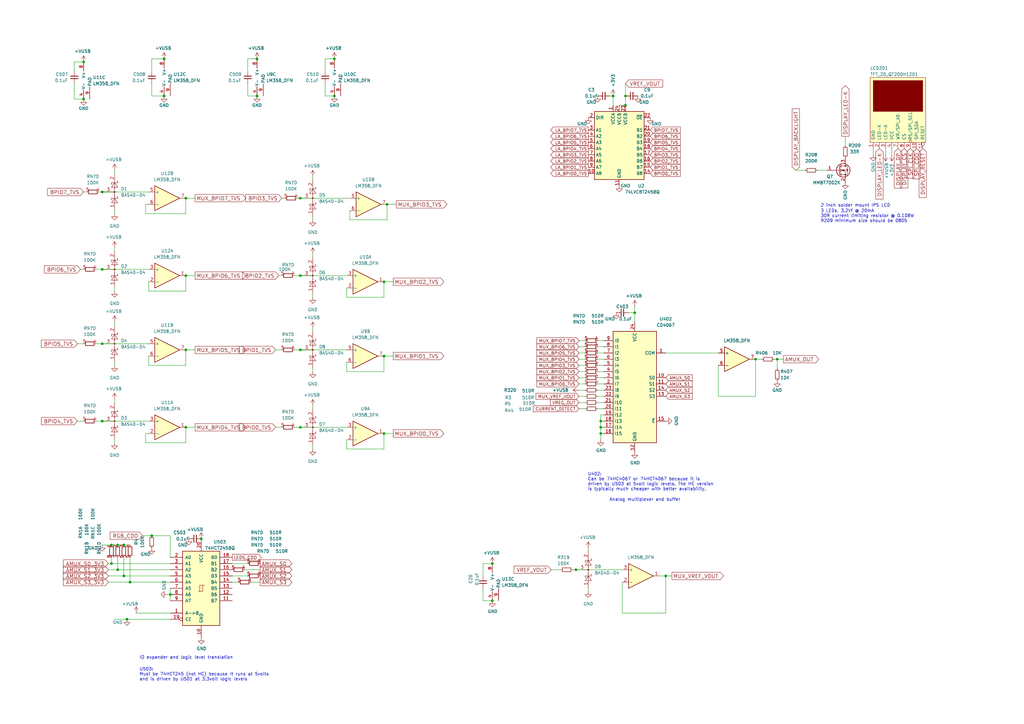
<source format=kicad_sch>
(kicad_sch (version 20231120) (generator "eeschema") (generator_version "8.0")
  (paper "A3")
  (junction (at 246.38 175.26))
  (junction (at 105.41 39.37))
  (junction (at 50.8 223.52))
  (junction (at 69.85 243.84))
  (junction (at 236.22 233.68))
  (junction (at 76.2 81.28))
  (junction (at 52.07 254))
  (junction (at 76.2 175.26))
  (junction (at 41.91 172.72))
  (junction (at 45.72 223.52))
  (junction (at 41.91 110.49))
  (junction (at 53.34 238.76))
  (junction (at 41.91 140.97))
  (junction (at 34.29 40.64))
  (junction (at 123.19 81.28))
  (junction (at 201.93 231.14))
  (junction (at 34.29 25.4))
  (junction (at 105.41 24.13))
  (junction (at 123.19 175.26))
  (junction (at 246.38 172.72))
  (junction (at 123.19 143.51))
  (junction (at 158.75 83.82))
  (junction (at 157.48 177.8))
  (junction (at 62.23 219.71))
  (junction (at 76.2 143.51))
  (junction (at 50.8 236.22))
  (junction (at 260.35 128.27))
  (junction (at 309.88 147.32))
  (junction (at 256.54 39.37))
  (junction (at 48.26 233.68))
  (junction (at 67.31 24.13))
  (junction (at 201.93 246.38))
  (junction (at 123.19 113.03))
  (junction (at 41.91 78.74))
  (junction (at 137.16 24.13))
  (junction (at 246.38 177.8))
  (junction (at 45.72 231.14))
  (junction (at 256.54 43.18))
  (junction (at 48.26 223.52))
  (junction (at 76.2 113.03))
  (junction (at 67.31 39.37))
  (junction (at 318.77 147.32))
  (junction (at 82.55 220.98))
  (junction (at 137.16 39.37))
  (junction (at 273.05 236.22))
  (junction (at 157.48 146.05))
  (junction (at 157.48 115.57))
  (junction (at 251.46 39.37))
  (wire (pts (xy 255.27 251.46) (xy 255.27 238.76)))
  (wire (pts (xy 226.06 233.68) (xy 229.87 233.68)))
  (wire (pts (xy 52.07 254) (xy 69.85 254)))
  (wire (pts (xy 101.6 24.13) (xy 101.6 29.21)))
  (wire (pts (xy 142.24 184.15) (xy 157.48 184.15)))
  (wire (pts (xy 128.27 134.62) (xy 128.27 135.89)))
  (wire (pts (xy 120.65 175.26) (xy 123.19 175.26)))
  (wire (pts (xy 76.2 81.28) (xy 80.01 81.28)))
  (wire (pts (xy 128.27 152.4) (xy 128.27 151.13)))
  (wire (pts (xy 198.12 231.14) (xy 201.93 231.14)))
  (wire (pts (xy 241.3 224.79) (xy 241.3 226.06)))
  (wire (pts (xy 245.11 157.48) (xy 247.65 157.48)))
  (wire (pts (xy 31.75 140.97) (xy 34.29 140.97)))
  (wire (pts (xy 53.34 238.76) (xy 69.85 238.76)))
  (wire (pts (xy 95.25 238.76) (xy 97.79 238.76)))
  (wire (pts (xy 330.2 69.85) (xy 326.39 69.85)))
  (wire (pts (xy 106.68 233.68) (xy 100.33 233.68)))
  (wire (pts (xy 39.37 172.72) (xy 41.91 172.72)))
  (wire (pts (xy 157.48 121.92) (xy 157.48 115.57)))
  (wire (pts (xy 143.51 86.36) (xy 143.51 90.17)))
  (wire (pts (xy 358.14 60.96) (xy 358.14 63.5)))
  (wire (pts (xy 101.6 34.29) (xy 101.6 39.37)))
  (wire (pts (xy 128.27 72.39) (xy 128.27 73.66)))
  (wire (pts (xy 251.46 39.37) (xy 251.46 43.18)))
  (wire (pts (xy 31.75 172.72) (xy 34.29 172.72)))
  (wire (pts (xy 318.77 151.13) (xy 318.77 147.32)))
  (wire (pts (xy 247.65 175.26) (xy 246.38 175.26)))
  (wire (pts (xy 115.57 81.28) (xy 116.84 81.28)))
  (wire (pts (xy 69.85 228.6) (xy 69.85 219.71)))
  (wire (pts (xy 157.48 115.57) (xy 161.29 115.57)))
  (wire (pts (xy 76.2 181.61) (xy 76.2 175.26)))
  (wire (pts (xy 44.45 231.14) (xy 45.72 231.14)))
  (wire (pts (xy 45.72 228.6) (xy 45.72 231.14)))
  (wire (pts (xy 101.6 236.22) (xy 95.25 236.22)))
  (wire (pts (xy 246.38 175.26) (xy 246.38 177.8)))
  (wire (pts (xy 60.96 115.57) (xy 60.96 119.38)))
  (wire (pts (xy 62.23 39.37) (xy 62.23 34.29)))
  (wire (pts (xy 273.05 236.22) (xy 273.05 251.46)))
  (wire (pts (xy 240.03 139.7) (xy 237.49 139.7)))
  (wire (pts (xy 95.25 231.14) (xy 101.6 231.14)))
  (wire (pts (xy 237.49 167.64) (xy 240.03 167.64)))
  (wire (pts (xy 237.49 142.24) (xy 240.03 142.24)))
  (wire (pts (xy 33.02 110.49) (xy 34.29 110.49)))
  (wire (pts (xy 50.8 228.6) (xy 50.8 236.22)))
  (wire (pts (xy 123.19 143.51) (xy 142.24 143.51)))
  (wire (pts (xy 198.12 246.38) (xy 201.93 246.38)))
  (wire (pts (xy 250.19 39.37) (xy 251.46 39.37)))
  (wire (pts (xy 275.59 236.22) (xy 273.05 236.22)))
  (wire (pts (xy 247.65 149.86) (xy 245.11 149.86)))
  (wire (pts (xy 45.72 223.52) (xy 48.26 223.52)))
  (wire (pts (xy 198.12 236.22) (xy 198.12 231.14)))
  (wire (pts (xy 46.99 87.63) (xy 46.99 86.36)))
  (wire (pts (xy 143.51 90.17) (xy 158.75 90.17)))
  (wire (pts (xy 247.65 170.18) (xy 246.38 170.18)))
  (wire (pts (xy 247.65 154.94) (xy 245.11 154.94)))
  (wire (pts (xy 46.99 254) (xy 52.07 254)))
  (wire (pts (xy 59.69 83.82) (xy 59.69 87.63)))
  (wire (pts (xy 46.99 181.61) (xy 46.99 180.34)))
  (wire (pts (xy 247.65 177.8) (xy 246.38 177.8)))
  (wire (pts (xy 53.34 228.6) (xy 53.34 238.76)))
  (wire (pts (xy 245.11 162.56) (xy 247.65 162.56)))
  (wire (pts (xy 245.11 152.4) (xy 247.65 152.4)))
  (wire (pts (xy 142.24 180.34) (xy 142.24 184.15)))
  (wire (pts (xy 142.24 118.11) (xy 142.24 121.92)))
  (wire (pts (xy 365.76 60.96) (xy 365.76 63.5)))
  (wire (pts (xy 39.37 140.97) (xy 41.91 140.97)))
  (wire (pts (xy 256.54 39.37) (xy 256.54 43.18)))
  (wire (pts (xy 128.27 104.14) (xy 128.27 105.41)))
  (wire (pts (xy 48.26 228.6) (xy 48.26 233.68)))
  (wire (pts (xy 44.45 233.68) (xy 48.26 233.68)))
  (wire (pts (xy 30.48 40.64) (xy 34.29 40.64)))
  (wire (pts (xy 59.69 181.61) (xy 76.2 181.61)))
  (wire (pts (xy 121.92 81.28) (xy 123.19 81.28)))
  (wire (pts (xy 30.48 34.29) (xy 30.48 40.64)))
  (wire (pts (xy 113.03 143.51) (xy 115.57 143.51)))
  (wire (pts (xy 157.48 177.8) (xy 161.29 177.8)))
  (wire (pts (xy 76.2 119.38) (xy 76.2 113.03)))
  (wire (pts (xy 157.48 146.05) (xy 161.29 146.05)))
  (wire (pts (xy 237.49 165.1) (xy 240.03 165.1)))
  (wire (pts (xy 45.72 231.14) (xy 69.85 231.14)))
  (wire (pts (xy 30.48 29.21) (xy 30.48 25.4)))
  (wire (pts (xy 113.03 175.26) (xy 115.57 175.26)))
  (wire (pts (xy 158.75 90.17) (xy 158.75 83.82)))
  (wire (pts (xy 256.54 34.29) (xy 256.54 39.37)))
  (wire (pts (xy 60.96 149.86) (xy 76.2 149.86)))
  (wire (pts (xy 260.35 125.73) (xy 260.35 128.27)))
  (wire (pts (xy 50.8 236.22) (xy 69.85 236.22)))
  (wire (pts (xy 120.65 113.03) (xy 123.19 113.03)))
  (wire (pts (xy 246.38 172.72) (xy 247.65 172.72)))
  (wire (pts (xy 46.99 119.38) (xy 46.99 118.11)))
  (wire (pts (xy 312.42 147.32) (xy 309.88 147.32)))
  (wire (pts (xy 67.31 39.37) (xy 62.23 39.37)))
  (wire (pts (xy 158.75 83.82) (xy 162.56 83.82)))
  (wire (pts (xy 50.8 223.52) (xy 53.34 223.52)))
  (wire (pts (xy 237.49 162.56) (xy 240.03 162.56)))
  (wire (pts (xy 237.49 144.78) (xy 240.03 144.78)))
  (wire (pts (xy 128.27 121.92) (xy 128.27 120.65)))
  (wire (pts (xy 294.64 149.86) (xy 294.64 162.56)))
  (wire (pts (xy 246.38 172.72) (xy 246.38 175.26)))
  (wire (pts (xy 41.91 78.74) (xy 60.96 78.74)))
  (wire (pts (xy 62.23 219.71) (xy 69.85 219.71)))
  (wire (pts (xy 40.64 78.74) (xy 41.91 78.74)))
  (wire (pts (xy 59.69 177.8) (xy 59.69 181.61)))
  (wire (pts (xy 102.87 238.76) (xy 106.68 238.76)))
  (wire (pts (xy 76.2 113.03) (xy 80.01 113.03)))
  (wire (pts (xy 273.05 236.22) (xy 270.51 236.22)))
  (wire (pts (xy 309.88 162.56) (xy 309.88 147.32)))
  (wire (pts (xy 44.45 238.76) (xy 53.34 238.76)))
  (wire (pts (xy 241.3 242.57) (xy 241.3 241.3)))
  (wire (pts (xy 69.85 243.84) (xy 69.85 246.38)))
  (wire (pts (xy 55.88 251.46) (xy 69.85 251.46)))
  (wire (pts (xy 246.38 170.18) (xy 246.38 172.72)))
  (wire (pts (xy 59.69 177.8) (xy 60.96 177.8)))
  (wire (pts (xy 123.19 113.03) (xy 142.24 113.03)))
  (wire (pts (xy 123.19 81.28) (xy 143.51 81.28)))
  (wire (pts (xy 76.2 175.26) (xy 80.01 175.26)))
  (wire (pts (xy 76.2 149.86) (xy 76.2 143.51)))
  (wire (pts (xy 60.96 146.05) (xy 60.96 149.86)))
  (wire (pts (xy 142.24 148.59) (xy 142.24 152.4)))
  (wire (pts (xy 120.65 143.51) (xy 123.19 143.51)))
  (wire (pts (xy 128.27 166.37) (xy 128.27 167.64)))
  (wire (pts (xy 62.23 24.13) (xy 67.31 24.13)))
  (wire (pts (xy 59.69 87.63) (xy 76.2 87.63)))
  (wire (pts (xy 142.24 152.4) (xy 157.48 152.4)))
  (wire (pts (xy 245.11 165.1) (xy 247.65 165.1)))
  (wire (pts (xy 245.11 139.7) (xy 247.65 139.7)))
  (wire (pts (xy 157.48 184.15) (xy 157.48 177.8)))
  (wire (pts (xy 41.91 223.52) (xy 45.72 223.52)))
  (wire (pts (xy 39.37 110.49) (xy 41.91 110.49)))
  (wire (pts (xy 30.48 25.4) (xy 34.29 25.4)))
  (wire (pts (xy 335.28 69.85) (xy 339.09 69.85)))
  (wire (pts (xy 240.03 147.32) (xy 237.49 147.32)))
  (wire (pts (xy 114.3 113.03) (xy 115.57 113.03)))
  (wire (pts (xy 157.48 152.4) (xy 157.48 146.05)))
  (wire (pts (xy 198.12 241.3) (xy 198.12 246.38)))
  (wire (pts (xy 273.05 251.46) (xy 255.27 251.46)))
  (wire (pts (xy 317.5 147.32) (xy 318.77 147.32)))
  (wire (pts (xy 41.91 140.97) (xy 60.96 140.97)))
  (wire (pts (xy 46.99 132.08) (xy 46.99 133.35)))
  (wire (pts (xy 318.77 147.32) (xy 321.31 147.32)))
  (wire (pts (xy 60.96 119.38) (xy 76.2 119.38)))
  (wire (pts (xy 247.65 142.24) (xy 245.11 142.24)))
  (wire (pts (xy 236.22 233.68) (xy 255.27 233.68)))
  (wire (pts (xy 101.6 39.37) (xy 105.41 39.37)))
  (wire (pts (xy 48.26 233.68) (xy 69.85 233.68)))
  (wire (pts (xy 254 43.18) (xy 256.54 43.18)))
  (wire (pts (xy 257.81 128.27) (xy 260.35 128.27)))
  (wire (pts (xy 133.35 34.29) (xy 133.35 39.37)))
  (wire (pts (xy 46.99 149.86) (xy 46.99 148.59)))
  (wire (pts (xy 69.85 241.3) (xy 69.85 243.84)))
  (wire (pts (xy 237.49 157.48) (xy 240.03 157.48)))
  (wire (pts (xy 41.91 110.49) (xy 60.96 110.49)))
  (wire (pts (xy 76.2 143.51) (xy 80.01 143.51)))
  (wire (pts (xy 68.58 243.84) (xy 69.85 243.84)))
  (wire (pts (xy 133.35 39.37) (xy 137.16 39.37)))
  (wire (pts (xy 240.03 160.02) (xy 237.49 160.02)))
  (wire (pts (xy 245.11 160.02) (xy 247.65 160.02)))
  (wire (pts (xy 58.42 219.71) (xy 62.23 219.71)))
  (wire (pts (xy 260.35 132.08) (xy 260.35 128.27)))
  (wire (pts (xy 237.49 152.4) (xy 240.03 152.4)))
  (wire (pts (xy 62.23 29.21) (xy 62.23 24.13)))
  (wire (pts (xy 273.05 144.78) (xy 294.64 144.78)))
  (wire (pts (xy 245.11 167.64) (xy 247.65 167.64)))
  (wire (pts (xy 142.24 121.92) (xy 157.48 121.92)))
  (wire (pts (xy 240.03 154.94) (xy 237.49 154.94)))
  (wire (pts (xy 346.71 55.88) (xy 346.71 59.69)))
  (wire (pts (xy 48.26 223.52) (xy 50.8 223.52)))
  (wire (pts (xy 294.64 162.56) (xy 309.88 162.56)))
  (wire (pts (xy 363.22 60.96) (xy 363.22 63.5)))
  (wire (pts (xy 128.27 90.17) (xy 128.27 88.9)))
  (wire (pts (xy 133.35 24.13) (xy 133.35 29.21)))
  (wire (pts (xy 44.45 236.22) (xy 50.8 236.22)))
  (wire (pts (xy 128.27 184.15) (xy 128.27 182.88)))
  (wire (pts (xy 105.41 24.13) (xy 101.6 24.13)))
  (wire (pts (xy 137.16 24.13) (xy 133.35 24.13)))
  (wire (pts (xy 41.91 172.72) (xy 60.96 172.72)))
  (wire (pts (xy 46.99 69.85) (xy 46.99 71.12)))
  (wire (pts (xy 234.95 233.68) (xy 236.22 233.68)))
  (wire (pts (xy 34.29 78.74) (xy 35.56 78.74)))
  (wire (pts (xy 76.2 87.63) (xy 76.2 81.28)))
  (wire (pts (xy 123.19 175.26) (xy 142.24 175.26)))
  (wire (pts (xy 245.11 144.78) (xy 247.65 144.78)))
  (wire (pts (xy 240.03 149.86) (xy 237.49 149.86)))
  (wire (pts (xy 247.65 147.32) (xy 245.11 147.32)))
  (wire (pts (xy 46.99 163.83) (xy 46.99 165.1)))
  (wire (pts (xy 46.99 101.6) (xy 46.99 102.87)))
  (wire (pts (xy 59.69 83.82) (xy 60.96 83.82)))
  (wire (pts (xy 246.38 177.8) (xy 246.38 180.34)))
  (text "IO expander and logic level translation" (at 57.15 270.51 0) (effects (font (size 1.27 1.27)) (justify left bottom)))
  (text "Analog multiplexer and buffer" (at 249.936 205.74 0) (effects (font (size 1.27 1.27)) (justify left bottom)))
  (text "U402:\nCan be 74HC4067 or 74HCT4067 because it is \ndriven by U503 at 5volt logic levels. The HC version \nis typically much cheaper with better availability." (at 241.046 201.422 0) (effects (font (size 1.27 1.27)) (justify left bottom)))
  (text "3 LEDs, 3.2Vf @ 20mA\n30R current limiting resistor @ 0.108W\nR209 minimum size should be 0805" (at 336.55 91.44 0) (effects (font (size 1.27 1.27)) (justify left bottom)))
  (text "2 inch solder mount IPS LCD" (at 336.55 85.09 0) (effects (font (size 1.27 1.27)) (justify left bottom)))
  (text "U503:\nMust be 74HCT245 (not HC) because it runs at 5volts\nand is driven by U501 at 3.3volt logic levels" (at 57.15 279.4 0) (effects (font (size 1.27 1.27)) (justify left bottom)))
  (global_label "MUX_VREF_VOUT" (shape input) (at 237.49 162.56 180) (property "Intersheetrefs" "${INTERSHEET_REFS}" (effects (hide yes))))
  (global_label "AMUX_S3" (shape input) (at 273.05 162.56 0) (property "Intersheetrefs" "${INTERSHEET_REFS}" (effects (hide yes))))
  (global_label "BPIO7_TVS" (shape input) (at 266.7 53.34 0) (property "Intersheetrefs" "${INTERSHEET_REFS}" (effects (hide yes))))
  (global_label "AMUX_S3" (shape output) (at 106.68 238.76 0) (effects (font (size 1.524 1.524))) (property "Intersheetrefs" "${INTERSHEET_REFS}" (effects (hide yes))))
  (global_label "AMUX_S2" (shape input) (at 273.05 160.02 0) (property "Intersheetrefs" "${INTERSHEET_REFS}" (effects (hide yes))))
  (global_label "BPIO4_TVS" (shape input) (at 266.7 60.96 0) (property "Intersheetrefs" "${INTERSHEET_REFS}" (effects (hide yes))))
  (global_label "DISPLAY_LED-K" (shape output) (at 346.71 55.88 90) (effects (font (size 1.524 1.524))) (property "Intersheetrefs" "${INTERSHEET_REFS}" (effects (hide yes))))
  (global_label "MUX_BPIO5_TVS" (shape input) (at 237.49 144.78 180) (property "Intersheetrefs" "${INTERSHEET_REFS}" (effects (hide yes))))
  (global_label "BPIO0_TVS" (shape input) (at 113.03 175.26 180) (effects (font (size 1.524 1.524))) (property "Intersheetrefs" "${INTERSHEET_REFS}" (effects (hide yes))))
  (global_label "BPIO1_TVS" (shape input) (at 113.03 143.51 180) (effects (font (size 1.524 1.524))) (property "Intersheetrefs" "${INTERSHEET_REFS}" (effects (hide yes))))
  (global_label "MUX_VREF_VOUT" (shape output) (at 275.59 236.22 0) (effects (font (size 1.524 1.524))) (property "Intersheetrefs" "${INTERSHEET_REFS}" (effects (hide yes))))
  (global_label "VREF_VOUT" (shape input) (at 256.54 34.29 0) (effects (font (size 1.524 1.524))) (property "Intersheetrefs" "${INTERSHEET_REFS}" (effects (hide yes))))
  (global_label "MUX_BPIO4_TVS" (shape input) (at 237.49 147.32 180) (property "Intersheetrefs" "${INTERSHEET_REFS}" (effects (hide yes))))
  (global_label "LA_BPIO0_TVS" (shape output) (at 241.3 71.12 180) (property "Intersheetrefs" "${INTERSHEET_REFS}" (effects (hide yes))))
  (global_label "LEDS_CDO" (shape output) (at 95.25 228.6 0) (property "Intersheetrefs" "${INTERSHEET_REFS}" (effects (hide yes))))
  (global_label "MUX_BPIO4_TVS" (shape output) (at 80.01 175.26 0) (effects (font (size 1.524 1.524))) (property "Intersheetrefs" "${INTERSHEET_REFS}" (effects (hide yes))))
  (global_label "MUX_BPIO3_TVS" (shape output) (at 162.56 83.82 0) (effects (font (size 1.524 1.524))) (property "Intersheetrefs" "${INTERSHEET_REFS}" (effects (hide yes))))
  (global_label "VREG_OUT" (shape input) (at 237.49 165.1 180) (property "Intersheetrefs" "${INTERSHEET_REFS}" (effects (hide yes))))
  (global_label "MUX_BPIO2_TVS" (shape output) (at 161.29 115.57 0) (effects (font (size 1.524 1.524))) (property "Intersheetrefs" "${INTERSHEET_REFS}" (effects (hide yes))))
  (global_label "MUX_BPIO2_TVS" (shape input) (at 237.49 152.4 180) (property "Intersheetrefs" "${INTERSHEET_REFS}" (effects (hide yes))))
  (global_label "BPIO1_TVS" (shape input) (at 266.7 68.58 0) (property "Intersheetrefs" "${INTERSHEET_REFS}" (effects (hide yes))))
  (global_label "BPIO2_TVS" (shape input) (at 114.3 113.03 180) (effects (font (size 1.524 1.524))) (property "Intersheetrefs" "${INTERSHEET_REFS}" (effects (hide yes))))
  (global_label "MUX_BPIO6_TVS" (shape output) (at 80.01 113.03 0) (effects (font (size 1.524 1.524))) (property "Intersheetrefs" "${INTERSHEET_REFS}" (effects (hide yes))))
  (global_label "DISPLAY_BACKLIGHT" (shape input) (at 326.39 69.85 90) (effects (font (size 1.524 1.524))) (property "Intersheetrefs" "${INTERSHEET_REFS}" (effects (hide yes))))
  (global_label "BPIO3_TVS" (shape input) (at 115.57 81.28 180) (effects (font (size 1.524 1.524))) (property "Intersheetrefs" "${INTERSHEET_REFS}" (effects (hide yes))))
  (global_label "SPI_CDO" (shape input) (at 375.92 60.96 270) (effects (font (size 1.524 1.524))) (property "Intersheetrefs" "${INTERSHEET_REFS}" (effects (hide yes))))
  (global_label "LA_BPIO6_TVS" (shape output) (at 241.3 55.88 180) (property "Intersheetrefs" "${INTERSHEET_REFS}" (effects (hide yes))))
  (global_label "MUX_BPIO3_TVS" (shape input) (at 237.49 149.86 180) (property "Intersheetrefs" "${INTERSHEET_REFS}" (effects (hide yes))))
  (global_label "MUX_BPIO7_TVS" (shape output) (at 80.01 81.28 0) (effects (font (size 1.524 1.524))) (property "Intersheetrefs" "${INTERSHEET_REFS}" (effects (hide yes))))
  (global_label "BPIO6_TVS" (shape input) (at 33.02 110.49 180) (effects (font (size 1.524 1.524))) (property "Intersheetrefs" "${INTERSHEET_REFS}" (effects (hide yes))))
  (global_label "VREF_VOUT" (shape input) (at 226.06 233.68 180) (effects (font (size 1.524 1.524))) (property "Intersheetrefs" "${INTERSHEET_REFS}" (effects (hide yes))))
  (global_label "LA_BPIO1_TVS" (shape output) (at 241.3 68.58 180) (property "Intersheetrefs" "${INTERSHEET_REFS}" (effects (hide yes))))
  (global_label "MUX_BPIO0_TVS" (shape input) (at 237.49 157.48 180) (property "Intersheetrefs" "${INTERSHEET_REFS}" (effects (hide yes))))
  (global_label "DISPLAY_LED-K" (shape input) (at 360.68 60.96 270) (effects (font (size 1.524 1.524))) (property "Intersheetrefs" "${INTERSHEET_REFS}" (effects (hide yes))))
  (global_label "AMUX_OUT" (shape output) (at 321.31 147.32 0) (effects (font (size 1.524 1.524))) (property "Intersheetrefs" "${INTERSHEET_REFS}" (effects (hide yes))))
  (global_label "MUX_BPIO0_TVS" (shape output) (at 161.29 177.8 0) (effects (font (size 1.524 1.524))) (property "Intersheetrefs" "${INTERSHEET_REFS}" (effects (hide yes))))
  (global_label "BPIO5_TVS" (shape input) (at 31.75 140.97 180) (effects (font (size 1.524 1.524))) (property "Intersheetrefs" "${INTERSHEET_REFS}" (effects (hide yes))))
  (global_label "RGB_CDO" (shape input) (at 58.42 219.71 180) (effects (font (size 1.524 1.524))) (property "Intersheetrefs" "${INTERSHEET_REFS}" (effects (hide yes))))
  (global_label "DISPLAY_RESET" (shape input) (at 378.46 60.96 270) (effects (font (size 1.524 1.524))) (property "Intersheetrefs" "${INTERSHEET_REFS}" (effects (hide yes))))
  (global_label "CURRENT_DETECT" (shape input) (at 237.49 167.64 180) (property "Intersheetrefs" "${INTERSHEET_REFS}" (effects (hide yes))))
  (global_label "BPIO7_TVS" (shape input) (at 34.29 78.74 180) (effects (font (size 1.524 1.524))) (property "Intersheetrefs" "${INTERSHEET_REFS}" (effects (hide yes))))
  (global_label "SPI_CLK" (shape input) (at 373.38 60.96 270) (effects (font (size 1.524 1.524))) (property "Intersheetrefs" "${INTERSHEET_REFS}" (effects (hide yes))))
  (global_label "MUX_BPIO6_TVS" (shape input) (at 237.49 142.24 180) (property "Intersheetrefs" "${INTERSHEET_REFS}" (effects (hide yes))))
  (global_label "AMUX_S0_3V3" (shape input) (at 44.45 231.14 180) (effects (font (size 1.524 1.524))) (property "Intersheetrefs" "${INTERSHEET_REFS}" (effects (hide yes))))
  (global_label "LA_BPIO7_TVS" (shape output) (at 241.3 53.34 180) (property "Intersheetrefs" "${INTERSHEET_REFS}" (effects (hide yes))))
  (global_label "AMUX_S1_3V3" (shape input) (at 44.45 233.68 180) (effects (font (size 1.524 1.524))) (property "Intersheetrefs" "${INTERSHEET_REFS}" (effects (hide yes))))
  (global_label "BPIO5_TVS" (shape input) (at 266.7 58.42 0) (property "Intersheetrefs" "${INTERSHEET_REFS}" (effects (hide yes))))
  (global_label "LA_BPIO5_TVS" (shape output) (at 241.3 58.42 180) (property "Intersheetrefs" "${INTERSHEET_REFS}" (effects (hide yes))))
  (global_label "MUX_BPIO7_TVS" (shape input) (at 237.49 139.7 180) (property "Intersheetrefs" "${INTERSHEET_REFS}" (effects (hide yes))))
  (global_label "LA_BPIO2_TVS" (shape output) (at 241.3 66.04 180) (property "Intersheetrefs" "${INTERSHEET_REFS}" (effects (hide yes))))
  (global_label "DISPLAY_DP" (shape input) (at 368.3 60.96 270) (effects (font (size 1.524 1.524))) (property "Intersheetrefs" "${INTERSHEET_REFS}" (effects (hide yes))))
  (global_label "AMUX_S0" (shape input) (at 273.05 154.94 0) (property "Intersheetrefs" "${INTERSHEET_REFS}" (effects (hide yes))))
  (global_label "AMUX_S1" (shape output) (at 106.68 233.68 0) (effects (font (size 1.524 1.524))) (property "Intersheetrefs" "${INTERSHEET_REFS}" (effects (hide yes))))
  (global_label "MUX_BPIO1_TVS" (shape input) (at 237.49 154.94 180) (property "Intersheetrefs" "${INTERSHEET_REFS}" (effects (hide yes))))
  (global_label "AMUX_S2_3V3" (shape input) (at 44.45 236.22 180) (effects (font (size 1.524 1.524))) (property "Intersheetrefs" "${INTERSHEET_REFS}" (effects (hide yes))))
  (global_label "LA_BPIO3_TVS" (shape output) (at 241.3 63.5 180) (property "Intersheetrefs" "${INTERSHEET_REFS}" (effects (hide yes))))
  (global_label "BPIO6_TVS" (shape input) (at 266.7 55.88 0) (property "Intersheetrefs" "${INTERSHEET_REFS}" (effects (hide yes))))
  (global_label "BPIO0_TVS" (shape input) (at 266.7 71.12 0) (property "Intersheetrefs" "${INTERSHEET_REFS}" (effects (hide yes))))
  (global_label "AMUX_S2" (shape output) (at 106.68 236.22 0) (effects (font (size 1.524 1.524))) (property "Intersheetrefs" "${INTERSHEET_REFS}" (effects (hide yes))))
  (global_label "BPIO3_TVS" (shape input) (at 266.7 63.5 0) (property "Intersheetrefs" "${INTERSHEET_REFS}" (effects (hide yes))))
  (global_label "MUX_BPIO5_TVS" (shape output) (at 80.01 143.51 0) (effects (font (size 1.524 1.524))) (property "Intersheetrefs" "${INTERSHEET_REFS}" (effects (hide yes))))
  (global_label "AMUX_S0" (shape output) (at 106.68 231.14 0) (effects (font (size 1.524 1.524))) (property "Intersheetrefs" "${INTERSHEET_REFS}" (effects (hide yes))))
  (global_label "DISPLAY_CS" (shape input) (at 370.84 60.96 270) (effects (font (size 1.524 1.524))) (property "Intersheetrefs" "${INTERSHEET_REFS}" (effects (hide yes))))
  (global_label "MUX_BPIO1_TVS" (shape output) (at 161.29 146.05 0) (effects (font (size 1.524 1.524))) (property "Intersheetrefs" "${INTERSHEET_REFS}" (effects (hide yes))))
  (global_label "AMUX_S1" (shape input) (at 273.05 157.48 0) (property "Intersheetrefs" "${INTERSHEET_REFS}" (effects (hide yes))))
  (global_label "AMUX_S3_3V3" (shape input) (at 44.45 238.76 180) (effects (font (size 1.524 1.524))) (property "Intersheetrefs" "${INTERSHEET_REFS}" (effects (hide yes))))
  (global_label "LA_BPIO4_TVS" (shape output) (at 241.3 60.96 180) (property "Intersheetrefs" "${INTERSHEET_REFS}" (effects (hide yes))))
  (global_label "BPIO4_TVS" (shape input) (at 31.75 172.72 180) (effects (font (size 1.524 1.524))) (property "Intersheetrefs" "${INTERSHEET_REFS}" (effects (hide yes))))
  (global_label "BPIO2_TVS" (shape input) (at 266.7 66.04 0) (property "Intersheetrefs" "${INTERSHEET_REFS}" (effects (hide yes))))
  (symbol (lib_id "Device:R_Small") (at 314.96 147.32 90) (unit 1)
    (property "Reference" "R406" (at 312.42 144.78 90))
    (property "Value" "10K" (at 318.77 144.78 90))
    (property "Footprint" "Resistor_SMD:R_0402_1005Metric" (effects (hide yes)))
    (property "RMB" "0.004864" (effects (hide yes)))
    (property "Supplier" "https://item.szlcsc.com/61542.html" (effects (hide yes)))
  )
  (symbol (lib_id "power:GND") (at 260.35 185.42 0) (unit 1)
    (property "Reference" "#PWR0409" (effects (hide yes)))
    (property "Value" "GND" (at 260.477 189.8142 0))
  )
  (symbol (lib_id "Device:C_Small") (at 255.27 128.27 90) (unit 1)
    (property "Reference" "C403" (at 255.27 125.73 90))
    (property "Value" "0.1uF" (at 256.54 130.81 90))
    (property "Footprint" "Capacitor_SMD:C_0402_1005Metric" (effects (hide yes)))
    (property "RMB" "0.00628" (effects (hide yes)))
    (property "Supplier" "https://item.szlcsc.com/1877.html" (effects (hide yes)))
  )
  (symbol (lib_id "power:GND") (at 252.73 128.27 0) (unit 1)
    (property "Reference" "#PWR0407" (effects (hide yes)))
    (property "Value" "GND" (at 250.19 130.81 0))
  )
  (symbol (lib_id "74xx:CD74HC4067M") (at 260.35 157.48 0) (mirror y) (unit 1)
    (property "Reference" "U402" (at 273.05 130.81 0))
    (property "Value" "CD4067" (at 273.05 133.35 0))
    (property "Footprint" "Package_SO:TSSOP-24_4.4x7.8mm_P0.65mm" (effects (hide yes)))
    (property "Datasheet" "http://www.ti.com/lit/ds/symlink/cd74hc4067.pdf" (effects (hide yes)))
    (property "Supplier" "https://eu.mouser.com/ProductDetail/Nexperia/74HCT4067PW118" (effects (hide yes)))
    (property "USD" "0.762" (effects (hide yes)))
  )
  (symbol (lib_id "dp-power:+VUSB") (at 260.35 125.73 0) (unit 1)
    (property "Reference" "#PWR0408" (effects (hide yes)))
    (property "Value" "+VUSB" (at 259.969 121.3358 0))
  )
  (symbol (lib_id "Device:R_Small") (at 318.77 153.67 180) (unit 1)
    (property "Reference" "R407" (at 320.04 152.4 0) (effects (justify right)))
    (property "Value" "10K" (at 320.04 154.94 0) (effects (justify right)))
    (property "Footprint" "Resistor_SMD:R_0402_1005Metric" (effects (hide yes)))
    (property "RMB" "0.004864" (effects (hide yes)))
    (property "Supplier" "https://item.szlcsc.com/61542.html" (effects (hide yes)))
  )
  (symbol (lib_id "power:GND") (at 318.77 156.21 0) (unit 1)
    (property "Reference" "#PWR0420" (effects (hide yes)))
    (property "Value" "GND" (at 318.77 160.02 0))
  )
  (symbol (lib_id "power:GND") (at 358.14 63.5 0) (unit 1)
    (property "Reference" "#PWR0212" (effects (hide yes)))
    (property "Value" "GND" (at 358.14 68.58 90))
  )
  (symbol (lib_id "Transistor_FET:BSS138") (at 344.17 69.85 0) (unit 1)
    (property "Reference" "Q?" (at 340.36 72.39 0))
    (property "Value" "MMBT7002K" (at 339.09 74.93 0))
    (property "Footprint" "Package_TO_SOT_SMD:SOT-23" (effects (hide yes)))
    (property "Datasheet" "https://www.fairchildsemi.com/datasheets/BS/BSS138.pdf" (effects (hide yes)))
    (property "RMB" "0.140017" (effects (hide yes)))
    (property "Supplier" "https://item.szlcsc.com/544697.html" (effects (hide yes)))
    (instances (project "REV0" (path "" (reference "Q?") (unit 1)) (path "" (reference "Q202") (unit 1))))
  )
  (symbol (lib_id "Device:R_Small") (at 346.71 62.23 180) (unit 1)
    (property "Reference" "R209" (at 350.52 59.69 0))
    (property "Value" "33R" (at 350.52 62.23 0))
    (property "Footprint" "Resistor_SMD:R_0805_2012Metric" (effects (hide yes)))
    (property "RMB" "0.019315" (effects (hide yes)))
    (property "Supplier" "https://item.szlcsc.com/139271.html" (effects (hide yes)))
  )
  (symbol (lib_id "power:GND") (at 346.71 74.93 0) (unit 1)
    (property "Reference" "#PWR0211" (effects (hide yes)))
    (property "Value" "GND" (at 346.71 80.01 90))
  )
  (symbol (lib_id "power:+3V3") (at 365.76 63.5 180) (unit 1)
    (property "Reference" "#PWR0214" (effects (hide yes)))
    (property "Value" "+3V3" (at 365.76 69.85 90))
  )
  (symbol (lib_id "dp-power:+VUSB") (at 363.22 63.5 180) (unit 1)
    (property "Reference" "#PWR0213" (effects (hide yes)))
    (property "Value" "+VUSB" (at 363.601 66.7258 90) (effects (justify left)))
  )
  (symbol (lib_id "dp-power:+VUSB") (at 237.49 160.02 90) (unit 1)
    (property "Reference" "#PWR0406" (effects (hide yes)))
    (property "Value" "+VUSB" (at 229.87 160.02 90))
  )
  (symbol (lib_id "power:GND") (at 82.55 261.62 0) (unit 1)
    (property "Reference" "#PWR0512" (effects (hide yes)))
    (property "Value" "GND" (at 82.677 266.0142 0))
  )
  (symbol (lib_id "74xx:74HC245") (at 82.55 241.3 0) (unit 1)
    (property "Reference" "U503" (at 90.17 222.25 0))
    (property "Value" "74HCT245BQ" (at 90.17 224.79 0))
    (property "Footprint" "Package_DFN_QFN:DHVQFN-20-1EP_2.5x4.5mm_P0.5mm_EP1x3mm" (effects (hide yes)))
    (property "Datasheet" "http://www.ti.com/lit/gpn/sn74HC245" (effects (hide yes)))
  )
  (symbol (lib_id "dp-power:+VUSB") (at 82.55 220.98 0) (unit 1)
    (property "Reference" "#PWR0511" (effects (hide yes)))
    (property "Value" "+VUSB" (at 80.01 217.17 0))
  )
  (symbol (lib_id "Device:R_Small") (at 332.74 69.85 90) (mirror x) (unit 1)
    (property "Reference" "R208" (at 332.74 63.5 90))
    (property "Value" "200R" (at 332.74 66.04 90))
    (property "Footprint" "Resistor_SMD:R_0402_1005Metric" (effects (hide yes)))
    (property "RMB" "0.005749" (effects (hide yes)))
    (property "Supplier" "https://item.szlcsc.com/61543.html" (effects (hide yes)))
  )
  (symbol (lib_id "Device:C_Small") (at 80.01 220.98 90) (unit 1)
    (property "Reference" "C503" (at 73.66 218.44 90))
    (property "Value" "0.1uF" (at 74.93 220.98 90))
    (property "Footprint" "Capacitor_SMD:C_0402_1005Metric" (effects (hide yes)))
    (property "RMB" "0.00628" (effects (hide yes)))
    (property "Supplier" "https://item.szlcsc.com/1877.html" (effects (hide yes)))
  )
  (symbol (lib_id "power:GND") (at 77.47 220.98 0) (unit 1)
    (property "Reference" "#PWR0510" (effects (hide yes)))
    (property "Value" "GND" (at 74.93 223.52 0))
  )
  (symbol (lib_id "dp-power:+VUSB") (at 55.88 251.46 0) (unit 1)
    (property "Reference" "#PWR0509" (effects (hide yes)))
    (property "Value" "+VUSB" (at 53.34 247.65 0))
  )
  (symbol (lib_id "power:GND") (at 68.58 243.84 270) (unit 1)
    (property "Reference" "#PWR0108" (effects (hide yes)))
    (property "Value" "GND" (at 67.31 240.03 0))
  )
  (symbol (lib_id "dp-rarray:R_Array") (at 100.33 238.76 270) (unit 4)
    (property "Reference" "RN?" (at 107.95 226.06 90))
    (property "Value" "510R" (at 115.57 226.06 90))
    (property "Footprint" "Resistor_SMD:R_Array_Convex_4x0402" (effects (hide yes)))
    (property "Datasheet" "http://www.vishay.com/docs/31509/csc.pdf" (effects (hide yes)))
    (property "RMB" "0.033552" (effects (hide yes)))
    (property "Supplier" "https://item.szlcsc.com/26241.html" (effects (hide yes)))
    (instances (project "REV0" (path "" (reference "RN?") (unit 4)) (path "" (reference "RN315") (unit 1))))
  )
  (symbol (lib_id "dp-rarray:R_Array") (at 104.14 236.22 270) (unit 4)
    (property "Reference" "RN?" (at 105.41 223.52 90))
    (property "Value" "510R" (at 113.03 223.52 90))
    (property "Footprint" "Resistor_SMD:R_Array_Convex_4x0402" (effects (hide yes)))
    (property "Datasheet" "http://www.vishay.com/docs/31509/csc.pdf" (effects (hide yes)))
    (property "RMB" "0.033552" (effects (hide yes)))
    (property "Supplier" "https://item.szlcsc.com/26241.html" (effects (hide yes)))
    (instances (project "REV0" (path "" (reference "RN?") (unit 4)) (path "" (reference "RN315") (unit 2))))
  )
  (symbol (lib_id "dp-rarray:R_Array") (at 97.79 233.68 270) (unit 4)
    (property "Reference" "RN?" (at 105.41 220.98 90))
    (property "Value" "510R" (at 113.03 220.98 90))
    (property "Footprint" "Resistor_SMD:R_Array_Convex_4x0402" (effects (hide yes)))
    (property "Datasheet" "http://www.vishay.com/docs/31509/csc.pdf" (effects (hide yes)))
    (property "RMB" "0.033552" (effects (hide yes)))
    (property "Supplier" "https://item.szlcsc.com/26241.html" (effects (hide yes)))
    (instances (project "REV0" (path "" (reference "RN?") (unit 4)) (path "" (reference "RN315") (unit 3))))
  )
  (symbol (lib_id "dp-rarray:R_Array") (at 104.14 231.14 270) (unit 4)
    (property "Reference" "RN?" (at 105.41 218.44 90))
    (property "Value" "510R" (at 113.03 218.44 90))
    (property "Footprint" "Resistor_SMD:R_Array_Convex_4x0402" (effects (hide yes)))
    (property "Datasheet" "http://www.vishay.com/docs/31509/csc.pdf" (effects (hide yes)))
    (property "RMB" "0.033552" (effects (hide yes)))
    (property "Supplier" "https://item.szlcsc.com/26241.html" (effects (hide yes)))
    (instances (project "REV0" (path "" (reference "RN?") (unit 4)) (path "" (reference "RN315") (unit 4))))
  )
  (symbol (lib_id "dp-lcd:TFT_20_QT200H1201") (at 368.3 39.37 0) (unit 1)
    (property "Reference" "LCD201" (at 356.87 27.94 0) (effects (justify left)))
    (property "Value" "TFT_20_QT200H1201" (at 356.87 30.48 0) (effects (justify left)))
    (property "Footprint" "dp-lcd:TFT_20_QT200H1201" (effects (hide yes)))
  )
  (symbol (lib_id "power:GND") (at 246.38 180.34 0) (unit 1)
    (property "Reference" "#PWR0131" (effects (hide yes)))
    (property "Value" "GND" (at 246.507 184.7342 0))
  )
  (symbol (lib_id "dp-rarray:R_Array") (at 242.57 139.7 270) (unit 4)
    (property "Reference" "RN?" (at 237.49 129.54 90))
    (property "Value" "510R" (at 245.11 129.54 90))
    (property "Footprint" "Resistor_SMD:R_Array_Convex_4x0402" (effects (hide yes)))
    (property "Datasheet" "http://www.vishay.com/docs/31509/csc.pdf" (effects (hide yes)))
    (property "RMB" "0.034572" (effects (hide yes)))
    (property "Supplier" "https://item.szlcsc.com/45893.html" (effects (hide yes)))
    (instances (project "REV0" (path "" (reference "RN?") (unit 4)) (path "" (reference "RN400") (unit 1))))
  )
  (symbol (lib_id "dp-rarray:R_Array") (at 242.57 142.24 270) (unit 4)
    (property "Reference" "RN?" (effects (hide yes)))
    (property "Value" "510R" (effects (hide yes)))
    (property "Footprint" "Resistor_SMD:R_Array_Convex_4x0402" (effects (hide yes)))
    (property "Datasheet" "http://www.vishay.com/docs/31509/csc.pdf" (effects (hide yes)))
    (property "RMB" "0.034572" (effects (hide yes)))
    (property "Supplier" "https://item.szlcsc.com/45893.html" (effects (hide yes)))
    (instances (project "REV0" (path "" (reference "RN?") (unit 4)) (path "" (reference "RN400") (unit 2))))
  )
  (symbol (lib_id "dp-rarray:R_Array") (at 242.57 144.78 270) (unit 4)
    (property "Reference" "RN?" (effects (hide yes)))
    (property "Value" "510R" (effects (hide yes)))
    (property "Footprint" "Resistor_SMD:R_Array_Convex_4x0402" (effects (hide yes)))
    (property "Datasheet" "http://www.vishay.com/docs/31509/csc.pdf" (effects (hide yes)))
    (property "RMB" "0.034572" (effects (hide yes)))
    (property "Supplier" "https://item.szlcsc.com/45893.html" (effects (hide yes)))
    (instances (project "REV0" (path "" (reference "RN?") (unit 4)) (path "" (reference "RN400") (unit 3))))
  )
  (symbol (lib_id "dp-rarray:R_Array") (at 242.57 147.32 270) (unit 4)
    (property "Reference" "RN?" (effects (hide yes)))
    (property "Value" "510R" (effects (hide yes)))
    (property "Footprint" "Resistor_SMD:R_Array_Convex_4x0402" (effects (hide yes)))
    (property "Datasheet" "http://www.vishay.com/docs/31509/csc.pdf" (effects (hide yes)))
    (property "RMB" "0.034572" (effects (hide yes)))
    (property "Supplier" "https://item.szlcsc.com/45893.html" (effects (hide yes)))
    (instances (project "REV0" (path "" (reference "RN?") (unit 4)) (path "" (reference "RN400") (unit 4))))
  )
  (symbol (lib_id "dp-rarray:R_Array") (at 242.57 149.86 270) (unit 4)
    (property "Reference" "RN?" (at 237.49 132.08 90))
    (property "Value" "510R" (at 245.11 132.08 90))
    (property "Footprint" "Resistor_SMD:R_Array_Convex_4x0402" (effects (hide yes)))
    (property "Datasheet" "http://www.vishay.com/docs/31509/csc.pdf" (effects (hide yes)))
    (property "RMB" "0.034572" (effects (hide yes)))
    (property "Supplier" "https://item.szlcsc.com/45893.html" (effects (hide yes)))
    (instances (project "REV0" (path "" (reference "RN?") (unit 4)) (path "" (reference "RN401") (unit 1))))
  )
  (symbol (lib_id "dp-rarray:R_Array") (at 242.57 152.4 270) (unit 4)
    (property "Reference" "RN?" (effects (hide yes)))
    (property "Value" "510R" (effects (hide yes)))
    (property "Footprint" "Resistor_SMD:R_Array_Convex_4x0402" (effects (hide yes)))
    (property "Datasheet" "http://www.vishay.com/docs/31509/csc.pdf" (effects (hide yes)))
    (property "RMB" "0.034572" (effects (hide yes)))
    (property "Supplier" "https://item.szlcsc.com/45893.html" (effects (hide yes)))
    (instances (project "REV0" (path "" (reference "RN?") (unit 4)) (path "" (reference "RN401") (unit 2))))
  )
  (symbol (lib_id "dp-rarray:R_Array") (at 242.57 154.94 270) (unit 4)
    (property "Reference" "RN?" (effects (hide yes)))
    (property "Value" "510R" (effects (hide yes)))
    (property "Footprint" "Resistor_SMD:R_Array_Convex_4x0402" (effects (hide yes)))
    (property "Datasheet" "http://www.vishay.com/docs/31509/csc.pdf" (effects (hide yes)))
    (property "RMB" "0.034572" (effects (hide yes)))
    (property "Supplier" "https://item.szlcsc.com/45893.html" (effects (hide yes)))
    (instances (project "REV0" (path "" (reference "RN?") (unit 4)) (path "" (reference "RN401") (unit 3))))
  )
  (symbol (lib_id "dp-rarray:R_Array") (at 242.57 157.48 270) (unit 4)
    (property "Reference" "RN?" (effects (hide yes)))
    (property "Value" "510R" (effects (hide yes)))
    (property "Footprint" "Resistor_SMD:R_Array_Convex_4x0402" (effects (hide yes)))
    (property "Datasheet" "http://www.vishay.com/docs/31509/csc.pdf" (effects (hide yes)))
    (property "RMB" "0.034572" (effects (hide yes)))
    (property "Supplier" "https://item.szlcsc.com/45893.html" (effects (hide yes)))
    (instances (project "REV0" (path "" (reference "RN?") (unit 4)) (path "" (reference "RN401") (unit 4))))
  )
  (symbol (lib_id "Device:C_Small") (at 62.23 31.75 180) (unit 1)
    (property "Reference" "C508" (at 59.69 30.4735 0) (effects (justify left)))
    (property "Value" "0.1uF" (at 59.69 33.0135 0) (effects (justify left)))
    (property "Footprint" "Capacitor_SMD:C_0402_1005Metric" (effects (hide yes)))
    (property "RMB" "0.00628" (effects (hide yes)))
    (property "Supplier" "https://item.szlcsc.com/1877.html" (effects (hide yes)))
  )
  (symbol (lib_id "dp-rarray:R_Array") (at 118.11 175.26 270) (unit 4)
    (property "Reference" "RN?" (at 118.11 168.91 90))
    (property "Value" "100K" (at 118.11 171.45 90))
    (property "Footprint" "Resistor_SMD:R_Array_Convex_4x0402" (effects (hide yes)))
    (property "Datasheet" "http://www.vishay.com/docs/31509/csc.pdf" (effects (hide yes)))
    (property "RMB" "0.034572" (effects (hide yes)))
    (property "Supplier" "https://item.szlcsc.com/45893.html" (effects (hide yes)))
    (instances (project "REV0" (path "" (reference "RN?") (unit 4)) (path "" (reference "RN318") (unit 4))))
  )
  (symbol (lib_id "power:GND") (at 241.3 242.57 0) (unit 1)
    (property "Reference" "#PWR089" (effects (hide yes)))
    (property "Value" "GND" (at 241.3 247.65 0))
  )
  (symbol (lib_id "power:GND") (at 34.29 40.64 0) (unit 1)
    (property "Reference" "#PWR070" (effects (hide yes)))
    (property "Value" "GND" (at 34.29 44.45 0))
  )
  (symbol (lib_id "power:GND") (at 273.05 172.72 90) (unit 1)
    (property "Reference" "#PWR034" (effects (hide yes)))
    (property "Value" "GND" (at 277.4442 172.593 0))
  )
  (symbol (lib_id "Device:R_Small") (at 242.57 160.02 270) (unit 1)
    (property "Reference" "R320" (at 211.836 160.02 90) (effects (justify right)))
    (property "Value" "510R" (at 219.202 160.274 90) (effects (justify right)))
    (property "Footprint" "Resistor_SMD:R_0402_1005Metric" (effects (hide yes)))
    (property "RMB" "0.004864" (effects (hide yes)))
    (property "Supplier" "https://item.szlcsc.com/61542.html" (effects (hide yes)))
  )
  (symbol (lib_id "Diode:BAS40-04") (at 238.76 233.68 270) (mirror x) (unit 1)
    (property "Reference" "D9" (at 243.84 232.4099 90) (effects (justify left)))
    (property "Value" "BAS40-04" (at 243.84 234.9499 90) (effects (justify left)))
    (property "Footprint" "Package_TO_SOT_SMD:SOT-523" (effects (hide yes)))
    (property "Datasheet" "http://www.vishay.com/docs/85701/bas40v.pdf" (effects (hide yes)))
    (property "Description" "40V 0.2A Dual Small Signal Schottky Diodes" (effects (hide yes)))
  )
  (symbol (lib_id "power:GND") (at 241.3 48.26 0) (unit 1)
    (property "Reference" "#PWR023" (effects (hide yes)))
    (property "Value" "GND" (at 238.76 50.8 0))
  )
  (symbol (lib_id "Device:C_Small") (at 198.12 238.76 180) (unit 1)
    (property "Reference" "C20" (at 193.04 237.49 90))
    (property "Value" "0.1uF" (at 195.58 237.49 90))
    (property "Footprint" "Capacitor_SMD:C_0402_1005Metric" (effects (hide yes)))
    (property "RMB" "0.00628" (effects (hide yes)))
    (property "Supplier" "https://item.szlcsc.com/1877.html" (effects (hide yes)))
  )
  (symbol (lib_id "dp-power:+VUSB") (at 34.29 25.4 0) (unit 1)
    (property "Reference" "#PWR010" (effects (hide yes)))
    (property "Value" "+VUSB" (at 33.909 21.0058 0))
  )
  (symbol (lib_id "dp-power:+VUSB") (at 241.3 224.79 0) (unit 1)
    (property "Reference" "#PWR088" (effects (hide yes)))
    (property "Value" "+VUSB" (at 240.919 220.3958 0))
  )
  (symbol (lib_id "dp-power:+VUSB") (at 46.99 101.6 0) (unit 1)
    (property "Reference" "#PWR04" (effects (hide yes)))
    (property "Value" "+VUSB" (at 46.609 97.2058 0))
  )
  (symbol (lib_id "Diode:BAS40-04") (at 44.45 172.72 270) (mirror x) (unit 1)
    (property "Reference" "D3" (at 49.53 171.4499 90) (effects (justify left)))
    (property "Value" "BAS40-04" (at 49.53 173.9899 90) (effects (justify left)))
    (property "Footprint" "Package_TO_SOT_SMD:SOT-523" (effects (hide yes)))
    (property "Datasheet" "http://www.vishay.com/docs/85701/bas40v.pdf" (effects (hide yes)))
    (property "Description" "40V 0.2A Dual Small Signal Schottky Diodes" (effects (hide yes)))
  )
  (symbol (lib_id "dp-power:+VUSB") (at 67.31 24.13 0) (unit 1)
    (property "Reference" "#PWR09" (effects (hide yes)))
    (property "Value" "+VUSB" (at 66.929 19.7358 0))
  )
  (symbol (lib_id "Device:C_Small") (at 133.35 31.75 180) (unit 1)
    (property "Reference" "C510" (at 130.81 30.4735 0) (effects (justify left)))
    (property "Value" "0.1uF" (at 130.81 33.0135 0) (effects (justify left)))
    (property "Footprint" "Capacitor_SMD:C_0402_1005Metric" (effects (hide yes)))
    (property "RMB" "0.00628" (effects (hide yes)))
    (property "Supplier" "https://item.szlcsc.com/1877.html" (effects (hide yes)))
  )
  (symbol (lib_id "dp-rarray:R_Array") (at 48.26 226.06 0) (unit 2)
    (property "Reference" "RN1" (at 35.56 224.79 90))
    (property "Value" "100K" (at 35.56 217.17 90))
    (property "Footprint" "Resistor_SMD:R_Array_Convex_4x0402" (effects (hide yes)))
    (property "Datasheet" "http://www.vishay.com/docs/31509/csc.pdf" (effects (hide yes)))
    (property "RMB" "0.033552" (effects (hide yes)))
    (property "Supplier" "https://item.szlcsc.com/26241.html" (effects (hide yes)))
  )
  (symbol (lib_id "dp-rarray:R_Array") (at 36.83 140.97 270) (unit 4)
    (property "Reference" "RN?" (at 36.83 134.62 90))
    (property "Value" "100K" (at 36.83 137.16 90))
    (property "Footprint" "Resistor_SMD:R_Array_Convex_4x0402" (effects (hide yes)))
    (property "Datasheet" "http://www.vishay.com/docs/31509/csc.pdf" (effects (hide yes)))
    (property "RMB" "0.034572" (effects (hide yes)))
    (property "Supplier" "https://item.szlcsc.com/45893.html" (effects (hide yes)))
    (instances (project "REV0" (path "" (reference "RN?") (unit 4)) (path "" (reference "RN317") (unit 3))))
  )
  (symbol (lib_id "power:GND") (at 67.31 39.37 0) (unit 1)
    (property "Reference" "#PWR071" (effects (hide yes)))
    (property "Value" "GND" (at 67.31 43.18 0))
  )
  (symbol (lib_id "Diode:BAS40-04") (at 44.45 140.97 270) (mirror x) (unit 1)
    (property "Reference" "D4" (at 49.53 139.6999 90) (effects (justify left)))
    (property "Value" "BAS40-04" (at 49.53 142.2399 90) (effects (justify left)))
    (property "Footprint" "Package_TO_SOT_SMD:SOT-523" (effects (hide yes)))
    (property "Datasheet" "http://www.vishay.com/docs/85701/bas40v.pdf" (effects (hide yes)))
    (property "Description" "40V 0.2A Dual Small Signal Schottky Diodes" (effects (hide yes)))
  )
  (symbol (lib_id "Device:R_Small") (at 242.57 167.64 270) (unit 1)
    (property "Reference" "R44" (at 210.82 168.402 90) (effects (justify right)))
    (property "Value" "510R" (at 217.932 167.894 90) (effects (justify right)))
    (property "Footprint" "Resistor_SMD:R_0402_1005Metric" (effects (hide yes)))
    (property "RMB" "0.004864" (effects (hide yes)))
    (property "Supplier" "https://item.szlcsc.com/61542.html" (effects (hide yes)))
  )
  (symbol (lib_id "Amplifier_Operational:LM358_DFN") (at 149.86 177.8 0) (unit 1)
    (property "Reference" "U9" (at 149.86 167.64 0))
    (property "Value" "LM358_DFN" (at 149.86 170.18 0))
    (property "Footprint" "Package_DFN_QFN:DFN-8-1EP_2x2mm_P0.5mm_EP1.05x1.75mm" (effects (hide yes)))
    (property "Datasheet" "www.st.com/resource/en/datasheet/lm358.pdf" (effects (hide yes)))
    (property "Description" "Low-Power, Dual Operational Amplifiers, DFN-8" (effects (hide yes)))
  )
  (symbol (lib_id "dp-power:+VUSB") (at 128.27 104.14 0) (unit 1)
    (property "Reference" "#PWR082" (effects (hide yes)))
    (property "Value" "+VUSB" (at 127.889 99.7458 0))
  )
  (symbol (lib_id "dp-power:+VUSB") (at 105.41 24.13 0) (unit 1)
    (property "Reference" "#PWR068" (effects (hide yes)))
    (property "Value" "+VUSB" (at 105.029 19.7358 0))
  )
  (symbol (lib_id "dp-power:+VUSB") (at 128.27 134.62 0) (unit 1)
    (property "Reference" "#PWR086" (effects (hide yes)))
    (property "Value" "+VUSB" (at 127.889 130.2258 0))
  )
  (symbol (lib_id "Diode:BAS40-04") (at 44.45 110.49 270) (mirror x) (unit 1)
    (property "Reference" "D2" (at 49.53 109.2199 90) (effects (justify left)))
    (property "Value" "BAS40-04" (at 49.53 111.7599 90) (effects (justify left)))
    (property "Footprint" "Package_TO_SOT_SMD:SOT-523" (effects (hide yes)))
    (property "Datasheet" "http://www.vishay.com/docs/85701/bas40v.pdf" (effects (hide yes)))
    (property "Description" "40V 0.2A Dual Small Signal Schottky Diodes" (effects (hide yes)))
  )
  (symbol (lib_id "Diode:BAS40-04") (at 125.73 175.26 270) (mirror x) (unit 1)
    (property "Reference" "D7" (at 130.81 173.9899 90) (effects (justify left)))
    (property "Value" "BAS40-04" (at 130.81 176.5299 90) (effects (justify left)))
    (property "Footprint" "Package_TO_SOT_SMD:SOT-523" (effects (hide yes)))
    (property "Datasheet" "http://www.vishay.com/docs/85701/bas40v.pdf" (effects (hide yes)))
    (property "Description" "40V 0.2A Dual Small Signal Schottky Diodes" (effects (hide yes)))
  )
  (symbol (lib_id "Diode:BAS40-04") (at 125.73 81.28 270) (mirror x) (unit 1)
    (property "Reference" "D5" (at 130.81 80.0099 90) (effects (justify left)))
    (property "Value" "BAS40-04" (at 130.81 82.5499 90) (effects (justify left)))
    (property "Footprint" "Package_TO_SOT_SMD:SOT-523" (effects (hide yes)))
    (property "Datasheet" "http://www.vishay.com/docs/85701/bas40v.pdf" (effects (hide yes)))
    (property "Description" "40V 0.2A Dual Small Signal Schottky Diodes" (effects (hide yes)))
  )
  (symbol (lib_id "Amplifier_Operational:LM358_DFN") (at 149.86 146.05 0) (unit 2)
    (property "Reference" "U9" (at 149.86 135.89 0))
    (property "Value" "LM358_DFN" (at 149.86 138.43 0))
    (property "Footprint" "Package_DFN_QFN:DFN-8-1EP_2x2mm_P0.5mm_EP1.05x1.75mm" (effects (hide yes)))
    (property "Datasheet" "www.st.com/resource/en/datasheet/lm358.pdf" (effects (hide yes)))
    (property "Description" "Low-Power, Dual Operational Amplifiers, DFN-8" (effects (hide yes)))
  )
  (symbol (lib_id "Amplifier_Operational:LM358_DFN") (at 68.58 175.26 0) (unit 1)
    (property "Reference" "U11" (at 68.58 165.1 0))
    (property "Value" "LM358_DFN" (at 68.58 167.64 0))
    (property "Footprint" "Package_DFN_QFN:DFN-8-1EP_2x2mm_P0.5mm_EP1.05x1.75mm" (effects (hide yes)))
    (property "Datasheet" "www.st.com/resource/en/datasheet/lm358.pdf" (effects (hide yes)))
    (property "Description" "Low-Power, Dual Operational Amplifiers, DFN-8" (effects (hide yes)))
  )
  (symbol (lib_id "dp-power:+VUSB") (at 128.27 72.39 0) (unit 1)
    (property "Reference" "#PWR080" (effects (hide yes)))
    (property "Value" "+VUSB" (at 127.889 67.9958 0))
  )
  (symbol (lib_id "dp-rarray:R_Array") (at 50.8 226.06 0) (unit 3)
    (property "Reference" "RN1" (at 38.1 218.44 90))
    (property "Value" "100K" (at 38.1 210.82 90))
    (property "Footprint" "Resistor_SMD:R_Array_Convex_4x0402" (effects (hide yes)))
    (property "Datasheet" "http://www.vishay.com/docs/31509/csc.pdf" (effects (hide yes)))
    (property "RMB" "0.033552" (effects (hide yes)))
    (property "Supplier" "https://item.szlcsc.com/26241.html" (effects (hide yes)))
  )
  (symbol (lib_id "dp-rarray:R_Array") (at 118.11 143.51 270) (unit 4)
    (property "Reference" "RN?" (at 118.11 137.16 90))
    (property "Value" "100K" (at 118.11 139.7 90))
    (property "Footprint" "Resistor_SMD:R_Array_Convex_4x0402" (effects (hide yes)))
    (property "Datasheet" "http://www.vishay.com/docs/31509/csc.pdf" (effects (hide yes)))
    (property "RMB" "0.034572" (effects (hide yes)))
    (property "Supplier" "https://item.szlcsc.com/45893.html" (effects (hide yes)))
    (instances (project "REV0" (path "" (reference "RN?") (unit 4)) (path "" (reference "RN318") (unit 3))))
  )
  (symbol (lib_id "power:GND") (at 201.93 246.38 0) (unit 1)
    (property "Reference" "#PWR013" (effects (hide yes)))
    (property "Value" "GND" (at 202.057 250.7742 0))
  )
  (symbol (lib_id "Amplifier_Operational:LM358_DFN") (at 139.7 31.75 0) (unit 3)
    (property "Reference" "U10" (at 140.97 30.4799 0) (effects (justify left)))
    (property "Value" "LM358_DFN" (at 140.97 33.0199 0) (effects (justify left)))
    (property "Footprint" "Package_DFN_QFN:DFN-8-1EP_2x2mm_P0.5mm_EP1.05x1.75mm" (effects (hide yes)))
    (property "Datasheet" "www.st.com/resource/en/datasheet/lm358.pdf" (effects (hide yes)))
    (property "Description" "Low-Power, Dual Operational Amplifiers, DFN-8" (effects (hide yes)))
  )
  (symbol (lib_id "Amplifier_Operational:LM358_DFN") (at 68.58 81.28 0) (unit 2)
    (property "Reference" "U12" (at 68.58 71.12 0))
    (property "Value" "LM358_DFN" (at 68.58 73.66 0))
    (property "Footprint" "Package_DFN_QFN:DFN-8-1EP_2x2mm_P0.5mm_EP1.05x1.75mm" (effects (hide yes)))
    (property "Datasheet" "www.st.com/resource/en/datasheet/lm358.pdf" (effects (hide yes)))
    (property "Description" "Low-Power, Dual Operational Amplifiers, DFN-8" (effects (hide yes)))
  )
  (symbol (lib_id "dp-power:+VUSB") (at 46.99 69.85 0) (unit 1)
    (property "Reference" "#PWR08" (effects (hide yes)))
    (property "Value" "+VUSB" (at 46.609 65.4558 0))
  )
  (symbol (lib_id "Diode:BAS40-04") (at 44.45 78.74 270) (mirror x) (unit 1)
    (property "Reference" "D1" (at 49.53 77.4699 90) (effects (justify left)))
    (property "Value" "BAS40-04" (at 49.53 80.0099 90) (effects (justify left)))
    (property "Footprint" "Package_TO_SOT_SMD:SOT-523" (effects (hide yes)))
    (property "Datasheet" "http://www.vishay.com/docs/85701/bas40v.pdf" (effects (hide yes)))
    (property "Description" "40V 0.2A Dual Small Signal Schottky Diodes" (effects (hide yes)))
  )
  (symbol (lib_id "Amplifier_Operational:LM358_DFN") (at 149.86 115.57 0) (unit 1)
    (property "Reference" "U10" (at 149.86 105.41 0))
    (property "Value" "LM358_DFN" (at 149.86 107.95 0))
    (property "Footprint" "Package_DFN_QFN:DFN-8-1EP_2x2mm_P0.5mm_EP1.05x1.75mm" (effects (hide yes)))
    (property "Datasheet" "www.st.com/resource/en/datasheet/lm358.pdf" (effects (hide yes)))
    (property "Description" "Low-Power, Dual Operational Amplifiers, DFN-8" (effects (hide yes)))
  )
  (symbol (lib_id "power:GND") (at 128.27 90.17 0) (unit 1)
    (property "Reference" "#PWR081" (effects (hide yes)))
    (property "Value" "GND" (at 128.27 95.25 0))
  )
  (symbol (lib_id "Device:C_Small") (at 259.08 39.37 90) (unit 1)
    (property "Reference" "C9" (at 265.43 36.83 90))
    (property "Value" "0.1uF" (at 265.43 39.37 90))
    (property "Footprint" "Capacitor_SMD:C_0402_1005Metric" (effects (hide yes)))
    (property "RMB" "0.00628" (effects (hide yes)))
    (property "Supplier" "https://item.szlcsc.com/1877.html" (effects (hide yes)))
  )
  (symbol (lib_id "Device:C_Small") (at 30.48 31.75 180) (unit 1)
    (property "Reference" "C507" (at 27.94 30.4735 0) (effects (justify left)))
    (property "Value" "0.1uF" (at 27.94 33.0135 0) (effects (justify left)))
    (property "Footprint" "Capacitor_SMD:C_0402_1005Metric" (effects (hide yes)))
    (property "RMB" "0.00628" (effects (hide yes)))
    (property "Supplier" "https://item.szlcsc.com/1877.html" (effects (hide yes)))
  )
  (symbol (lib_id "Logic_LevelTranslator:SN74AVC8T245PW") (at 254 58.42 0) (unit 1)
    (property "Reference" "U2" (at 261.62 76.2 0) (effects (justify left)))
    (property "Value" "74LVC8T245BQ" (at 256.1941 78.74 0) (effects (justify left)))
    (property "Footprint" "manuf:NXP-DHVQFN24" (effects (hide yes)))
    (property "Datasheet" "https://www.ti.com/lit/ds/symlink/sn74avc8t245.pdf" (effects (hide yes)))
  )
  (symbol (lib_id "dp-power:+VUSB") (at 46.99 132.08 0) (unit 1)
    (property "Reference" "#PWR078" (effects (hide yes)))
    (property "Value" "+VUSB" (at 46.609 127.6858 0))
  )
  (symbol (lib_id "Device:C_Small") (at 247.65 39.37 90) (unit 1)
    (property "Reference" "C3" (at 242.57 36.83 90))
    (property "Value" "0.1uF" (at 242.57 39.37 90))
    (property "Footprint" "Capacitor_SMD:C_0402_1005Metric" (effects (hide yes)))
    (property "RMB" "0.00628" (effects (hide yes)))
    (property "Supplier" "https://item.szlcsc.com/1877.html" (effects (hide yes)))
  )
  (symbol (lib_id "power:GND") (at 41.91 223.52 0) (unit 1)
    (property "Reference" "#PWR037" (effects (hide yes)))
    (property "Value" "GND" (at 38.1 224.79 0))
  )
  (symbol (lib_id "dp-rarray:R_Array") (at 45.72 226.06 0) (unit 1)
    (property "Reference" "RN1" (at 33.02 218.44 90))
    (property "Value" "100K" (at 33.02 210.82 90))
    (property "Footprint" "Resistor_SMD:R_Array_Convex_4x0402" (effects (hide yes)))
    (property "Datasheet" "http://www.vishay.com/docs/31509/csc.pdf" (effects (hide yes)))
    (property "RMB" "0.033552" (effects (hide yes)))
    (property "Supplier" "https://item.szlcsc.com/26241.html" (effects (hide yes)))
  )
  (symbol (lib_id "Amplifier_Operational:LM358_DFN") (at 68.58 143.51 0) (unit 2)
    (property "Reference" "U11" (at 68.58 133.35 0))
    (property "Value" "LM358_DFN" (at 68.58 135.89 0))
    (property "Footprint" "Package_DFN_QFN:DFN-8-1EP_2x2mm_P0.5mm_EP1.05x1.75mm" (effects (hide yes)))
    (property "Datasheet" "www.st.com/resource/en/datasheet/lm358.pdf" (effects (hide yes)))
    (property "Description" "Low-Power, Dual Operational Amplifiers, DFN-8" (effects (hide yes)))
  )
  (symbol (lib_id "Device:R_Small") (at 242.57 162.56 270) (unit 1)
    (property "Reference" "R3" (at 209.804 163.068 90) (effects (justify right)))
    (property "Value" "510R" (at 219.202 163.068 90) (effects (justify right)))
    (property "Footprint" "Resistor_SMD:R_0402_1005Metric" (effects (hide yes)))
    (property "RMB" "0.004864" (effects (hide yes)))
    (property "Supplier" "https://item.szlcsc.com/61542.html" (effects (hide yes)))
  )
  (symbol (lib_id "dp-rarray:R_Array") (at 38.1 78.74 270) (unit 4)
    (property "Reference" "RN?" (at 38.1 72.39 90))
    (property "Value" "100K" (at 38.1 74.93 90))
    (property "Footprint" "Resistor_SMD:R_Array_Convex_4x0402" (effects (hide yes)))
    (property "Datasheet" "http://www.vishay.com/docs/31509/csc.pdf" (effects (hide yes)))
    (property "RMB" "0.034572" (effects (hide yes)))
    (property "Supplier" "https://item.szlcsc.com/45893.html" (effects (hide yes)))
    (instances (project "REV0" (path "" (reference "RN?") (unit 4)) (path "" (reference "RN317") (unit 1))))
  )
  (symbol (lib_id "Diode:BAS40-04") (at 125.73 113.03 270) (mirror x) (unit 1)
    (property "Reference" "D6" (at 130.81 111.7599 90) (effects (justify left)))
    (property "Value" "BAS40-04" (at 130.81 114.2999 90) (effects (justify left)))
    (property "Footprint" "Package_TO_SOT_SMD:SOT-523" (effects (hide yes)))
    (property "Datasheet" "http://www.vishay.com/docs/85701/bas40v.pdf" (effects (hide yes)))
    (property "Description" "40V 0.2A Dual Small Signal Schottky Diodes" (effects (hide yes)))
  )
  (symbol (lib_id "Device:R_Small") (at 232.41 233.68 270) (unit 1)
    (property "Reference" "R319" (at 233.68 228.6 90) (effects (justify right)))
    (property "Value" "100K" (at 233.68 231.14 90) (effects (justify right)))
    (property "Footprint" "Resistor_SMD:R_0402_1005Metric" (effects (hide yes)))
    (property "RMB" "0.004864" (effects (hide yes)))
    (property "Supplier" "https://item.szlcsc.com/61542.html" (effects (hide yes)))
  )
  (symbol (lib_id "power:GND") (at 46.99 149.86 0) (unit 1)
    (property "Reference" "#PWR079" (effects (hide yes)))
    (property "Value" "GND" (at 46.99 154.94 0))
  )
  (symbol (lib_id "dp-power:+VUSB") (at 137.16 24.13 0) (unit 1)
    (property "Reference" "#PWR038" (effects (hide yes)))
    (property "Value" "+VUSB" (at 136.779 19.7358 0))
  )
  (symbol (lib_id "power:GND") (at 266.7 48.26 0) (unit 1)
    (property "Reference" "#PWR033" (effects (hide yes)))
    (property "Value" "GND" (at 269.24 50.8 0))
  )
  (symbol (lib_id "Device:R_Small") (at 62.23 222.25 0) (mirror x) (unit 1)
    (property "Reference" "R4" (at 55.88 222.25 90))
    (property "Value" "100K" (at 58.42 222.25 90))
    (property "Footprint" "Resistor_SMD:R_0402_1005Metric" (effects (hide yes)))
    (property "RMB" "0.005749" (effects (hide yes)))
    (property "Supplier" "https://item.szlcsc.com/61543.html" (effects (hide yes)))
  )
  (symbol (lib_id "dp-rarray:R_Array") (at 53.34 226.06 0) (unit 4)
    (property "Reference" "RN1" (at 40.64 224.79 90))
    (property "Value" "100K" (at 40.64 217.17 90))
    (property "Footprint" "Resistor_SMD:R_Array_Convex_4x0402" (effects (hide yes)))
    (property "Datasheet" "http://www.vishay.com/docs/31509/csc.pdf" (effects (hide yes)))
    (property "RMB" "0.033552" (effects (hide yes)))
    (property "Supplier" "https://item.szlcsc.com/26241.html" (effects (hide yes)))
  )
  (symbol (lib_id "Amplifier_Operational:LM358_DFN") (at 262.89 236.22 0) (unit 1)
    (property "Reference" "U13" (effects (hide yes)))
    (property "Value" "LM358_DFN" (at 262.89 228.6 0))
    (property "Footprint" "Package_DFN_QFN:DFN-8-1EP_2x2mm_P0.5mm_EP1.05x1.75mm" (effects (hide yes)))
    (property "Datasheet" "www.st.com/resource/en/datasheet/lm358.pdf" (effects (hide yes)))
    (property "Description" "Low-Power, Dual Operational Amplifiers, DFN-8" (effects (hide yes)))
  )
  (symbol (lib_id "Amplifier_Operational:LM358_DFN") (at 151.13 83.82 0) (unit 2)
    (property "Reference" "U10" (at 151.13 73.66 0))
    (property "Value" "LM358_DFN" (at 151.13 76.2 0))
    (property "Footprint" "Package_DFN_QFN:DFN-8-1EP_2x2mm_P0.5mm_EP1.05x1.75mm" (effects (hide yes)))
    (property "Datasheet" "www.st.com/resource/en/datasheet/lm358.pdf" (effects (hide yes)))
    (property "Description" "Low-Power, Dual Operational Amplifiers, DFN-8" (effects (hide yes)))
  )
  (symbol (lib_id "Amplifier_Operational:LM358_DFN") (at 36.83 33.02 0) (unit 3)
    (property "Reference" "U11" (at 38.1 31.7499 0) (effects (justify left)))
    (property "Value" "LM358_DFN" (at 38.1 34.2899 0) (effects (justify left)))
    (property "Footprint" "Package_DFN_QFN:DFN-8-1EP_2x2mm_P0.5mm_EP1.05x1.75mm" (effects (hide yes)))
    (property "Datasheet" "www.st.com/resource/en/datasheet/lm358.pdf" (effects (hide yes)))
    (property "Description" "Low-Power, Dual Operational Amplifiers, DFN-8" (effects (hide yes)))
  )
  (symbol (lib_id "Amplifier_Operational:LM358_DFN") (at 204.47 238.76 0) (unit 3)
    (property "Reference" "U13" (at 205.74 237.4899 0) (effects (justify left)))
    (property "Value" "LM358_DFN" (at 205.74 240.0299 0) (effects (justify left)))
    (property "Footprint" "Package_DFN_QFN:DFN-8-1EP_2x2mm_P0.5mm_EP1.05x1.75mm" (effects (hide yes)))
    (property "Datasheet" "www.st.com/resource/en/datasheet/lm358.pdf" (effects (hide yes)))
    (property "Description" "Low-Power, Dual Operational Amplifiers, DFN-8" (effects (hide yes)))
  )
  (symbol (lib_id "Amplifier_Operational:LM358_DFN") (at 107.95 31.75 0) (unit 3)
    (property "Reference" "U9" (at 109.22 30.4799 0) (effects (justify left)))
    (property "Value" "LM358_DFN" (at 109.22 33.0199 0) (effects (justify left)))
    (property "Footprint" "Package_DFN_QFN:DFN-8-1EP_2x2mm_P0.5mm_EP1.05x1.75mm" (effects (hide yes)))
    (property "Datasheet" "www.st.com/resource/en/datasheet/lm358.pdf" (effects (hide yes)))
    (property "Description" "Low-Power, Dual Operational Amplifiers, DFN-8" (effects (hide yes)))
  )
  (symbol (lib_id "power:GND") (at 128.27 184.15 0) (unit 1)
    (property "Reference" "#PWR085" (effects (hide yes)))
    (property "Value" "GND" (at 128.27 189.23 0))
  )
  (symbol (lib_id "power:GND") (at 128.27 152.4 0) (unit 1)
    (property "Reference" "#PWR087" (effects (hide yes)))
    (property "Value" "GND" (at 128.27 157.48 0))
  )
  (symbol (lib_id "power:+3V3") (at 251.46 39.37 0) (unit 1)
    (property "Reference" "#PWR030" (effects (hide yes)))
    (property "Value" "+3V3" (at 251.46 33.02 90))
  )
  (symbol (lib_id "power:GND") (at 105.41 39.37 0) (unit 1)
    (property "Reference" "#PWR069" (effects (hide yes)))
    (property "Value" "GND" (at 105.41 43.18 0))
  )
  (symbol (lib_id "dp-rarray:R_Array") (at 118.11 113.03 270) (unit 4)
    (property "Reference" "RN?" (at 118.2053 108.6271 90))
    (property "Value" "100K" (at 116.84 110.49 90))
    (property "Footprint" "Resistor_SMD:R_Array_Convex_4x0402" (effects (hide yes)))
    (property "Datasheet" "http://www.vishay.com/docs/31509/csc.pdf" (effects (hide yes)))
    (property "RMB" "0.034572" (effects (hide yes)))
    (property "Supplier" "https://item.szlcsc.com/45893.html" (effects (hide yes)))
    (instances (project "REV0" (path "" (reference "RN?") (unit 4)) (path "" (reference "RN318") (unit 2))))
  )
  (symbol (lib_id "Amplifier_Operational:LM358_DFN") (at 69.85 31.75 0) (unit 3)
    (property "Reference" "U12" (at 71.12 30.4799 0) (effects (justify left)))
    (property "Value" "LM358_DFN" (at 71.12 33.0199 0) (effects (justify left)))
    (property "Footprint" "Package_DFN_QFN:DFN-8-1EP_2x2mm_P0.5mm_EP1.05x1.75mm" (effects (hide yes)))
    (property "Datasheet" "www.st.com/resource/en/datasheet/lm358.pdf" (effects (hide yes)))
    (property "Description" "Low-Power, Dual Operational Amplifiers, DFN-8" (effects (hide yes)))
  )
  (symbol (lib_id "dp-power:+VUSB") (at 128.27 166.37 0) (unit 1)
    (property "Reference" "#PWR084" (effects (hide yes)))
    (property "Value" "+VUSB" (at 127.889 161.9758 0))
  )
  (symbol (lib_id "Amplifier_Operational:LM358_DFN") (at 68.58 113.03 0) (unit 1)
    (property "Reference" "U12" (at 68.58 102.87 0))
    (property "Value" "LM358_DFN" (at 68.58 105.41 0))
    (property "Footprint" "Package_DFN_QFN:DFN-8-1EP_2x2mm_P0.5mm_EP1.05x1.75mm" (effects (hide yes)))
    (property "Datasheet" "www.st.com/resource/en/datasheet/lm358.pdf" (effects (hide yes)))
    (property "Description" "Low-Power, Dual Operational Amplifiers, DFN-8" (effects (hide yes)))
  )
  (symbol (lib_id "Diode:BAS40-04") (at 125.73 143.51 270) (mirror x) (unit 1)
    (property "Reference" "D8" (at 130.81 142.2399 90) (effects (justify left)))
    (property "Value" "BAS40-04" (at 130.81 144.7799 90) (effects (justify left)))
    (property "Footprint" "Package_TO_SOT_SMD:SOT-523" (effects (hide yes)))
    (property "Datasheet" "http://www.vishay.com/docs/85701/bas40v.pdf" (effects (hide yes)))
    (property "Description" "40V 0.2A Dual Small Signal Schottky Diodes" (effects (hide yes)))
  )
  (symbol (lib_id "power:GND") (at 137.16 39.37 0) (unit 1)
    (property "Reference" "#PWR067" (effects (hide yes)))
    (property "Value" "GND" (at 137.16 43.18 0))
  )
  (symbol (lib_id "power:GND") (at 261.62 39.37 0) (unit 1)
    (property "Reference" "#PWR032" (effects (hide yes)))
    (property "Value" "GND" (at 264.16 41.91 0))
  )
  (symbol (lib_id "power:GND") (at 46.99 119.38 0) (unit 1)
    (property "Reference" "#PWR07" (effects (hide yes)))
    (property "Value" "GND" (at 46.99 124.46 0))
  )
  (symbol (lib_id "power:GND") (at 245.11 39.37 0) (unit 1)
    (property "Reference" "#PWR024" (effects (hide yes)))
    (property "Value" "GND" (at 242.57 41.91 0))
  )
  (symbol (lib_id "power:GND") (at 52.07 254 0) (unit 1)
    (property "Reference" "#PWR036" (effects (hide yes)))
    (property "Value" "GND" (at 48.26 255.27 0))
  )
  (symbol (lib_id "Device:R_Small") (at 242.57 165.1 270) (unit 1)
    (property "Reference" "R5" (at 209.55 165.608 90) (effects (justify right)))
    (property "Value" "510R" (at 219.456 165.354 90) (effects (justify right)))
    (property "Footprint" "Resistor_SMD:R_0402_1005Metric" (effects (hide yes)))
    (property "RMB" "0.004864" (effects (hide yes)))
    (property "Supplier" "https://item.szlcsc.com/61542.html" (effects (hide yes)))
  )
  (symbol (lib_id "power:GND") (at 62.23 224.79 0) (unit 1)
    (property "Reference" "#PWR035" (effects (hide yes)))
    (property "Value" "GND" (at 59.69 227.33 0))
  )
  (symbol (lib_id "dp-power:+VUSB") (at 201.93 231.14 0) (unit 1)
    (property "Reference" "#PWR05" (effects (hide yes)))
    (property "Value" "+VUSB" (at 201.549 226.7458 0))
  )
  (symbol (lib_id "power:GND") (at 254 76.2 0) (unit 1)
    (property "Reference" "#PWR031" (effects (hide yes)))
    (property "Value" "GND" (at 256.54 76.2 0))
  )
  (symbol (lib_id "power:GND") (at 128.27 121.92 0) (unit 1)
    (property "Reference" "#PWR083" (effects (hide yes)))
    (property "Value" "GND" (at 128.27 127 0))
  )
  (symbol (lib_id "dp-rarray:R_Array") (at 119.38 81.28 270) (unit 4)
    (property "Reference" "RN?" (at 119.38 74.93 90))
    (property "Value" "100K" (at 119.38 77.47 90))
    (property "Footprint" "Resistor_SMD:R_Array_Convex_4x0402" (effects (hide yes)))
    (property "Datasheet" "http://www.vishay.com/docs/31509/csc.pdf" (effects (hide yes)))
    (property "RMB" "0.034572" (effects (hide yes)))
    (property "Supplier" "https://item.szlcsc.com/45893.html" (effects (hide yes)))
    (instances (project "REV0" (path "" (reference "RN?") (unit 4)) (path "" (reference "RN318") (unit 1))))
  )
  (symbol (lib_id "dp-power:+VUSB") (at 46.99 163.83 0) (unit 1)
    (property "Reference" "#PWR029" (effects (hide yes)))
    (property "Value" "+VUSB" (at 46.609 159.4358 0))
  )
  (symbol (lib_id "Amplifier_Operational:LM358_DFN") (at 302.26 147.32 0) (unit 2)
    (property "Reference" "U13" (effects (hide yes)))
    (property "Value" "LM358_DFN" (at 302.26 139.7 0))
    (property "Footprint" "Package_DFN_QFN:DFN-8-1EP_2x2mm_P0.5mm_EP1.05x1.75mm" (effects (hide yes)))
    (property "Datasheet" "www.st.com/resource/en/datasheet/lm358.pdf" (effects (hide yes)))
    (property "Description" "Low-Power, Dual Operational Amplifiers, DFN-8" (effects (hide yes)))
  )
  (symbol (lib_id "Device:C_Small") (at 101.6 31.75 180) (unit 1)
    (property "Reference" "C509" (at 99.06 30.4735 0) (effects (justify left)))
    (property "Value" "0.1uF" (at 99.06 33.0135 0) (effects (justify left)))
    (property "Footprint" "Capacitor_SMD:C_0402_1005Metric" (effects (hide yes)))
    (property "RMB" "0.00628" (effects (hide yes)))
    (property "Supplier" "https://item.szlcsc.com/1877.html" (effects (hide yes)))
  )
  (symbol (lib_id "dp-rarray:R_Array") (at 36.83 110.49 270) (unit 4)
    (property "Reference" "RN?" (at 36.83 104.14 90))
    (property "Value" "100K" (at 36.83 106.68 90))
    (property "Footprint" "Resistor_SMD:R_Array_Convex_4x0402" (effects (hide yes)))
    (property "Datasheet" "http://www.vishay.com/docs/31509/csc.pdf" (effects (hide yes)))
    (property "RMB" "0.034572" (effects (hide yes)))
    (property "Supplier" "https://item.szlcsc.com/45893.html" (effects (hide yes)))
    (instances (project "REV0" (path "" (reference "RN?") (unit 4)) (path "" (reference "RN317") (unit 2))))
  )
  (symbol (lib_id "power:GND") (at 46.99 87.63 0) (unit 1)
    (property "Reference" "#PWR03" (effects (hide yes)))
    (property "Value" "GND" (at 46.99 92.71 0))
  )
  (symbol (lib_id "power:GND") (at 46.99 181.61 0) (unit 1)
    (property "Reference" "#PWR077" (effects (hide yes)))
    (property "Value" "GND" (at 46.99 186.69 0))
  )
  (symbol (lib_id "dp-rarray:R_Array") (at 36.83 172.72 270) (unit 4)
    (property "Reference" "RN?" (at 36.83 166.37 90))
    (property "Value" "100K" (at 36.83 168.91 90))
    (property "Footprint" "Resistor_SMD:R_Array_Convex_4x0402" (effects (hide yes)))
    (property "Datasheet" "http://www.vishay.com/docs/31509/csc.pdf" (effects (hide yes)))
    (property "RMB" "0.034572" (effects (hide yes)))
    (property "Supplier" "https://item.szlcsc.com/45893.html" (effects (hide yes)))
    (instances (project "REV0" (path "" (reference "RN?") (unit 4)) (path "" (reference "RN317") (unit 4))))
  )
)
</source>
